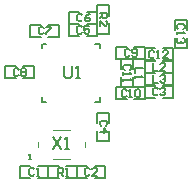
<source format=gto>
*%FSLAX24Y24*%
*%MOIN*%
G01*
%ADD11C,0.0010*%
%ADD12C,0.0030*%
%ADD13C,0.0043*%
%ADD14C,0.0050*%
%ADD15C,0.0060*%
%ADD16C,0.0070*%
%ADD17C,0.0073*%
%ADD18C,0.0080*%
%ADD19C,0.0100*%
%ADD20C,0.0110*%
%ADD21C,0.0150*%
%ADD22C,0.0200*%
%ADD23C,0.0250*%
%ADD24C,0.0300*%
%ADD25C,0.0360*%
%ADD26C,0.0440*%
%ADD27C,0.0600*%
%ADD28R,0.0300X0.0300*%
%ADD29R,0.0380X0.0380*%
%ADD30R,0.0551X0.0453*%
%ADD31R,0.0631X0.0533*%
%ADD32O,0.0118X0.0354*%
%ADD33O,0.0198X0.0434*%
%ADD34O,0.0354X0.0118*%
%ADD35O,0.0434X0.0198*%
D13*
X16969Y14871D02*
X17556D01*
X18040Y14446D02*
Y14300D01*
X17556Y13891D02*
X16965D01*
X16473Y14304D02*
Y14442D01*
D14*
X17509Y18387D02*
Y18787D01*
X18459D02*
Y18387D01*
X17859D02*
X17509D01*
Y18787D02*
X17859D01*
X18109D02*
X18459D01*
Y18387D02*
X18109D01*
X16750Y17730D02*
X16650D01*
X16600Y17680D02*
Y17580D01*
Y17680D02*
X16650Y17730D01*
X18530Y15940D02*
Y15790D01*
X18380D01*
Y17730D02*
X18530D01*
Y17580D01*
X16750Y15790D02*
X16600D01*
Y15940D01*
X18109Y17987D02*
X18459D01*
Y18387D02*
X18109D01*
X17859D02*
X17509D01*
Y17987D02*
X17859D01*
X18459D02*
Y18387D01*
X17509D02*
Y17987D01*
X20040Y16760D02*
X20390D01*
Y16360D02*
X20040D01*
X20640D02*
X20990D01*
Y16760D02*
X20640D01*
X20040D02*
Y16360D01*
X20990D02*
Y16760D01*
X18460Y18060D02*
Y18410D01*
X18860D02*
Y18060D01*
Y18660D02*
Y19010D01*
X18460D02*
Y18660D01*
Y18060D02*
X18860D01*
Y19010D02*
X18460D01*
X17170Y13660D02*
X16820D01*
Y13260D02*
X17170D01*
X17420D02*
X17770D01*
Y13660D02*
X17420D01*
X16820D02*
Y13260D01*
X17770D02*
Y13660D01*
X20040Y17160D02*
X20390D01*
Y16760D02*
X20040D01*
X20640D02*
X20990D01*
Y17160D02*
X20640D01*
X20040D02*
Y16760D01*
X20990D02*
Y17160D01*
X20040Y17230D02*
Y16880D01*
X19640D02*
Y17230D01*
Y16630D02*
Y16280D01*
X20040D02*
Y16630D01*
Y17230D02*
X19640D01*
Y16280D02*
X20040D01*
X21040Y17580D02*
Y17930D01*
X21440D02*
Y17580D01*
Y18180D02*
Y18530D01*
X21040D02*
Y18180D01*
Y17580D02*
X21440D01*
Y18530D02*
X21040D01*
X20390Y17580D02*
X20040D01*
Y17180D02*
X20390D01*
X20640D02*
X20990D01*
Y17580D02*
X20640D01*
X20040D02*
Y17180D01*
X20990D02*
Y17580D01*
X19640Y17230D02*
Y16880D01*
X19240D02*
Y17230D01*
Y16630D02*
Y16280D01*
X19640D02*
Y16630D01*
Y17230D02*
X19240D01*
Y16280D02*
X19640D01*
X19690Y15880D02*
X20040D01*
Y16280D02*
X19690D01*
X19440D02*
X19090D01*
Y15880D02*
X19440D01*
X20040D02*
Y16280D01*
X19090D02*
Y15880D01*
X19690Y17230D02*
X20040D01*
Y17630D02*
X19690D01*
X19440D02*
X19090D01*
Y17230D02*
X19440D01*
X20040D02*
Y17630D01*
X19090D02*
Y17230D01*
X16341Y16588D02*
X15991D01*
Y16988D02*
X16341D01*
X15741D02*
X15391D01*
Y16588D02*
X15741D01*
X16341D02*
Y16988D01*
X15391D02*
Y16588D01*
X16828Y17968D02*
X17178D01*
Y18368D02*
X16828D01*
X16578D02*
X16228D01*
Y17968D02*
X16578D01*
X17178D02*
Y18368D01*
X16228D02*
Y17968D01*
X20040Y16333D02*
X20390D01*
Y15933D02*
X20040D01*
X20640D02*
X20990D01*
Y16333D02*
X20640D01*
X20040D02*
Y15933D01*
X20990D02*
Y16333D01*
X18720Y13260D02*
X18370D01*
Y13660D02*
X18720D01*
X18120D02*
X17770D01*
Y13260D02*
X18120D01*
X18720D02*
Y13660D01*
X17770D02*
Y13260D01*
X16820D02*
X16470D01*
Y13660D02*
X16820D01*
X16220D02*
X15870D01*
Y13260D02*
X16220D01*
X16820D02*
Y13660D01*
X15870D02*
Y13260D01*
X18460Y14483D02*
X18860D01*
Y15433D02*
X18460D01*
X18860Y14833D02*
Y14483D01*
X18460D02*
Y14833D01*
Y15083D02*
Y15433D01*
X18860D02*
Y15083D01*
X16362Y13543D02*
X16320Y13585D01*
X16237D01*
X16195Y13543D01*
Y13376D01*
X16237Y13335D01*
X16320D01*
X16362Y13376D01*
X16445Y13335D02*
X16528D01*
X16487D01*
Y13585D01*
X16488D01*
X16487D02*
X16445Y13543D01*
X17155Y13585D02*
Y13335D01*
Y13585D02*
X17280D01*
X17322Y13543D01*
Y13460D01*
X17280Y13418D01*
X17155D01*
X17238D02*
X17322Y13335D01*
X17405D02*
X17488D01*
X17447D01*
Y13585D01*
X17448D01*
X17447D02*
X17405Y13543D01*
X18160Y13585D02*
X18202Y13543D01*
X18160Y13585D02*
X18077D01*
X18035Y13543D01*
Y13376D01*
X18077Y13335D01*
X18160D01*
X18202Y13376D01*
X18285Y13335D02*
X18452D01*
X18285D02*
X18452Y13501D01*
Y13543D01*
X18410Y13585D01*
X18327D01*
X18285Y13543D01*
X18753Y15001D02*
X18795Y15043D01*
Y15126D01*
X18753Y15168D01*
X18586D01*
X18545Y15126D01*
Y15043D01*
X18586Y15001D01*
X18545Y14793D02*
X18795D01*
X18670Y14918D01*
Y14752D01*
X19432Y16173D02*
X19390Y16215D01*
X19307D01*
X19265Y16173D01*
Y16006D01*
X19307Y15965D01*
X19390D01*
X19432Y16006D01*
X19515Y15965D02*
X19598D01*
X19557D01*
Y16215D01*
X19558D01*
X19557D02*
X19515Y16173D01*
X19723D02*
X19765Y16215D01*
X19848D01*
X19890Y16173D01*
Y16006D01*
X19848Y15965D01*
X19765D01*
X19723Y16006D01*
Y16173D01*
X20435Y16258D02*
X20475Y16218D01*
X20435Y16258D02*
X20355D01*
X20315Y16218D01*
Y16058D01*
X20355Y16018D01*
X20435D01*
X20475Y16058D01*
X20555Y16218D02*
X20595Y16258D01*
X20675D01*
X20715Y16218D01*
Y16178D01*
X20716D01*
X20715D02*
X20716D01*
X20715D02*
X20716D01*
X20715D02*
X20675Y16138D01*
X20635D01*
X20675D01*
X20715Y16098D01*
Y16058D01*
X20675Y16018D01*
X20595D01*
X20555Y16058D01*
X20305Y16435D02*
Y16685D01*
Y16435D02*
X20472D01*
X20555Y16643D02*
X20597Y16685D01*
X20680D01*
X20722Y16643D01*
Y16601D01*
X20723D01*
X20722D02*
X20723D01*
X20722D02*
X20723D01*
X20722D02*
X20680Y16560D01*
X20638D01*
X20680D01*
X20722Y16518D01*
Y16476D01*
X20680Y16435D01*
X20597D01*
X20555Y16476D01*
X20305Y16835D02*
Y17085D01*
Y16835D02*
X20472D01*
X20555D02*
X20722D01*
X20555D02*
X20722Y17001D01*
Y17043D01*
X20680Y17085D01*
X20597D01*
X20555Y17043D01*
X20362Y17473D02*
X20320Y17515D01*
X20237D01*
X20195Y17473D01*
Y17306D01*
X20237Y17265D01*
X20320D01*
X20362Y17306D01*
X20445Y17265D02*
X20528D01*
X20487D01*
Y17515D01*
X20488D01*
X20487D02*
X20445Y17473D01*
X20653Y17265D02*
X20820D01*
X20653D02*
X20820Y17431D01*
Y17473D01*
X20778Y17515D01*
X20695D01*
X20653Y17473D01*
X19532Y17513D02*
X19490Y17555D01*
X19407D01*
X19365Y17513D01*
Y17346D01*
X19407Y17305D01*
X19490D01*
X19532Y17346D01*
X19615D02*
X19657Y17305D01*
X19740D01*
X19782Y17346D01*
Y17513D01*
X19740Y17555D01*
X19657D01*
X19615Y17513D01*
Y17471D01*
X19657Y17430D01*
X19782D01*
X19715Y16915D02*
X19965D01*
X19715D02*
Y16748D01*
Y16665D02*
Y16582D01*
Y16623D01*
X19965D01*
X19966D01*
X19965D02*
X19923Y16665D01*
X19575Y16900D02*
X19533Y16858D01*
X19575Y16900D02*
Y16983D01*
X19533Y17025D01*
X19366D01*
X19325Y16983D01*
Y16900D01*
X19366Y16858D01*
X19325Y16775D02*
Y16692D01*
Y16733D01*
X19575D01*
X19576D01*
X19575D02*
X19533Y16775D01*
X19325Y16567D02*
Y16484D01*
Y16525D01*
X19575D01*
X19576D01*
X19575D02*
X19533Y16567D01*
X18785Y18751D02*
X18535D01*
X18785D02*
Y18626D01*
X18743Y18585D01*
X18660D01*
X18618Y18626D01*
Y18751D01*
Y18668D02*
X18535Y18585D01*
Y18501D02*
Y18335D01*
Y18501D02*
X18701Y18335D01*
X18743D01*
X18785Y18376D01*
Y18460D01*
X18743Y18501D01*
X17941Y18276D02*
X17899Y18318D01*
X17816D01*
X17774Y18276D01*
Y18110D01*
X17816Y18068D01*
X17899D01*
X17941Y18110D01*
X18024Y18318D02*
X18191D01*
X18024D02*
Y18193D01*
X18107Y18234D01*
X18149D01*
X18191Y18193D01*
Y18110D01*
X18149Y18068D01*
X18066D01*
X18024Y18110D01*
X17961Y18683D02*
X17919Y18725D01*
X17836D01*
X17794Y18683D01*
Y18516D01*
X17836Y18475D01*
X17919D01*
X17961Y18516D01*
X18127Y18683D02*
X18211Y18725D01*
X18127Y18683D02*
X18044Y18600D01*
Y18516D01*
X18086Y18475D01*
X18169D01*
X18211Y18516D01*
Y18558D01*
X18169Y18600D01*
X18044D01*
X16669Y18251D02*
X16628Y18293D01*
X16545D01*
X16503Y18251D01*
Y18084D01*
X16545Y18043D01*
X16628D01*
X16669Y18084D01*
X16753Y18293D02*
X16919D01*
Y18251D01*
X16753Y18084D01*
Y18043D01*
X15791Y16913D02*
X15833Y16871D01*
X15791Y16913D02*
X15708D01*
X15666Y16871D01*
Y16704D01*
X15708Y16663D01*
X15791D01*
X15833Y16704D01*
X15916Y16871D02*
X15958Y16913D01*
X16041D01*
X16083Y16871D01*
Y16829D01*
X16041Y16788D01*
X16083Y16746D01*
Y16704D01*
X16041Y16663D01*
X15958D01*
X15916Y16704D01*
Y16746D01*
X15958Y16788D01*
X15916Y16829D01*
Y16871D01*
X15958Y16788D02*
X16041D01*
X21323Y18208D02*
X21365Y18250D01*
Y18333D01*
X21323Y18375D01*
X21156D01*
X21115Y18333D01*
Y18250D01*
X21156Y18208D01*
X21115Y18125D02*
Y18042D01*
Y18083D01*
X21365D01*
X21366D01*
X21365D02*
X21323Y18125D01*
Y17917D02*
X21365Y17875D01*
Y17792D01*
X21323Y17750D01*
X21281D01*
X21282D01*
X21281D02*
X21282D01*
X21281D02*
X21282D01*
X21281D02*
X21240Y17792D01*
Y17834D01*
Y17792D01*
X21198Y17750D01*
X21156D01*
X21115Y17792D01*
Y17875D01*
X21156Y17917D01*
X16239Y13899D02*
X16189D01*
X16214D02*
X16239D01*
X16214D02*
Y14049D01*
X16215D01*
X16214D02*
X16189Y14024D01*
D15*
X16989Y14617D02*
X17255Y14217D01*
X16989D02*
X17255Y14617D01*
X17389Y14217D02*
X17522D01*
X17455D01*
Y14617D01*
X17456D01*
X17455D02*
X17389Y14550D01*
X17332Y16665D02*
Y16998D01*
Y16665D02*
X17398Y16598D01*
X17532D01*
X17598Y16665D01*
Y16998D01*
X17732Y16598D02*
X17865D01*
X17798D01*
Y16998D01*
X17799D01*
X17798D02*
X17732Y16931D01*
D02*
M02*

</source>
